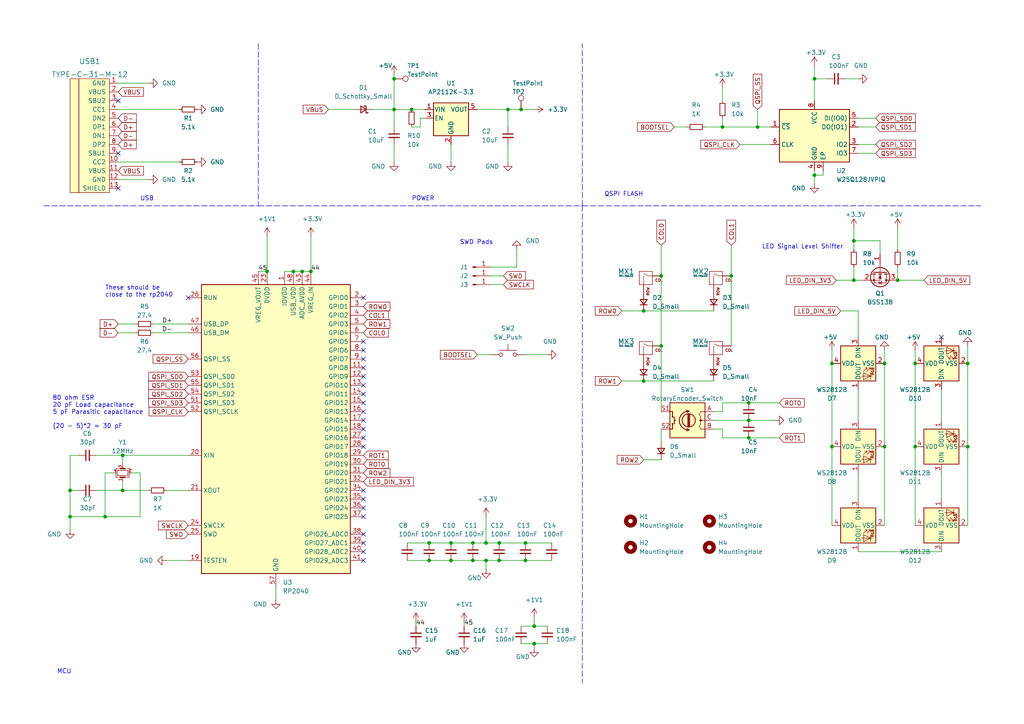
<source format=kicad_sch>
(kicad_sch (version 20211123) (generator eeschema)
  (paper "A4")
  (title_block (title "duckboard") (date "2023-01-07") (rev "v0.1") (company "Nick Yu"))
  (lib_symbols
    (symbol "Connector:Conn_01x01_Male" (pin_names (offset 1.016) hide)
      (property "Reference" "J" (at 0 2.54 0))
      (property "Value" "Conn_01x01_Male" (at 0 -2.54 0))
      (symbol "Conn_01x01_Male_1_1"
        (pin passive line (at 5.08 0 180) (length 3.81) (name "Pin_1") (number "1"))
      )
    )
    (symbol "Connector:TestPoint" (pin_numbers hide) (pin_names (offset 0.762) hide)
      (property "Reference" "TP" (at 0 6.858 0))
      (property "Value" "TestPoint" (at 0 5.08 0))
      (symbol "TestPoint_1_1"
        (pin passive line (at 0 0 90) (length 2.54) (name "1") (number "1"))
      )
    )
    (symbol "Device:C_Small" (pin_numbers hide) (pin_names (offset 0.254) hide)
      (property "Reference" "C" (at 0.254 1.778 0))
      (property "Value" "C_Small" (at 0.254 -2.032 0))
      (symbol "C_Small_1_1"
        (pin passive line (at 0 2.54 270) (length 2.032) (name "~") (number "1"))
        (pin passive line (at 0 -2.54 90) (length 2.032) (name "~") (number "2"))
      )
    )
    (symbol "Device:Crystal_GND24_Small" (pin_names (offset 1.016) hide)
      (property "Reference" "Y" (at 1.27 4.445 0))
      (property "Value" "Crystal_GND24_Small" (at 1.27 2.54 0))
      (symbol "Crystal_GND24_Small_1_1"
        (pin passive line (at -2.54 0 0) (length 1.27) (name "1") (number "1"))
        (pin passive line (at 0 -2.54 90) (length 0.635) (name "2") (number "2"))
        (pin passive line (at 2.54 0 180) (length 1.27) (name "3") (number "3"))
        (pin passive line (at 0 2.54 270) (length 0.635) (name "4") (number "4"))
      )
    )
    (symbol "Device:D_Schottky_Small" (pin_numbers hide) (pin_names (offset 0.254) hide)
      (property "Reference" "D" (at -1.27 2.032 0))
      (property "Value" "D_Schottky_Small" (at -7.112 -2.032 0))
      (symbol "D_Schottky_Small_1_1"
        (pin passive line (at -2.54 0 0) (length 1.778) (name "K") (number "1"))
        (pin passive line (at 2.54 0 180) (length 1.778) (name "A") (number "2"))
      )
    )
    (symbol "Device:D_Small" (pin_numbers hide) (pin_names (offset 0.254) hide)
      (property "Reference" "D" (at -1.27 2.032 0))
      (property "Value" "D_Small" (at -3.81 -2.032 0))
      (symbol "D_Small_1_1"
        (pin passive line (at -2.54 0 0) (length 1.778) (name "K") (number "1"))
        (pin passive line (at 2.54 0 180) (length 1.778) (name "A") (number "2"))
      )
    )
    (symbol "Device:R_Small" (pin_numbers hide) (pin_names (offset 0.254) hide)
      (property "Reference" "R" (at 0.762 0.508 0))
      (property "Value" "R_Small" (at 0.762 -1.016 0))
      (symbol "R_Small_1_1"
        (pin passive line (at 0 2.54 270) (length 0.762) (name "~") (number "1"))
        (pin passive line (at 0 -2.54 90) (length 0.762) (name "~") (number "2"))
      )
    )
    (symbol "Device:RotaryEncoder_Switch" (pin_names (offset 0.254) hide)
      (property "Reference" "SW" (at 0 6.604 0))
      (property "Value" "RotaryEncoder_Switch" (at 0 -6.604 0))
      (symbol "RotaryEncoder_Switch_1_1"
        (pin passive line (at -7.62 2.54 0) (length 2.54) (name "A") (number "A"))
        (pin passive line (at -7.62 -2.54 0) (length 2.54) (name "B") (number "B"))
        (pin passive line (at -7.62 0 0) (length 2.54) (name "C") (number "C"))
        (pin passive line (at 7.62 2.54 180) (length 2.54) (name "S1") (number "S1"))
        (pin passive line (at 7.62 -2.54 180) (length 2.54) (name "S2") (number "S2"))
      )
    )
    (symbol "GND_10" (power) (pin_names (offset 0))
      (property "Value" "GND_10" (at 0 -3.81 0))
      (symbol "GND_10_1_1"
        (pin power_in line (at 0 0 270) (length 0) hide (name "GND") (number "1"))
      )
    )
    (symbol "GND_3" (power) (pin_names (offset 0))
      (property "Value" "GND_3" (at 0 -3.81 0))
      (symbol "GND_3_1_1"
        (pin power_in line (at 0 0 270) (length 0) hide (name "GND") (number "1"))
      )
    )
    (symbol "GND_8" (power) (pin_names (offset 0))
      (property "Value" "GND_8" (at 0 -3.81 0))
      (symbol "GND_8_1_1"
        (pin power_in line (at 0 0 270) (length 0) hide (name "GND") (number "1"))
      )
    )
    (symbol "GND_9" (power) (pin_names (offset 0))
      (property "Value" "GND_9" (at 0 -3.81 0))
      (symbol "GND_9_1_1"
        (pin power_in line (at 0 0 270) (length 0) hide (name "GND") (number "1"))
      )
    )
    (symbol "LED:WS2812B_JLC" (pin_names (offset 0.254))
      (property "Reference" "D" (at 5.08 5.715 0))
      (property "Value" "WS2812B_JLC" (at 1.27 -5.715 0))
      (property "Footprint" "LED_SMD:LED_WS2812B_PLCC4_5.0x5.0mm_P3.2mm" (at 1.27 -7.62 0))
      (symbol "WS2812B_JLC_0_0"
        (text "RGB" (at 2.286 -4.191 0) (effects (font (size 0.762 0.762))))
      )
      (symbol "WS2812B_JLC_1_1"
        (pin output line (at 7.62 0 180) (length 2.54) (name "DOUT") (number "1"))
        (pin power_in line (at 0 -7.62 90) (length 2.54) (name "VSS") (number "2"))
        (pin input line (at -7.62 0 0) (length 2.54) (name "DIN") (number "3"))
        (pin power_in line (at 0 7.62 270) (length 2.54) (name "VDD") (number "4"))
      )
    )
    (symbol "MX_Alps_Hybrid:MX-NoLED" (pin_names (offset 1.016))
      (property "Reference" "MX" (at -0.635 3.81 0))
      (property "Value" "MX-NoLED" (at -0.635 1.27 0))
      (symbol "MX-NoLED_0_0"
        (text "COL" (at 3.175 0 0) (effects (font (size 0.762 0.762))))
        (text "ROW" (at 0 -1.905 900) (effects (font (size 0.762 0.762)) (justify right)))
      )
      (symbol "MX-NoLED_1_1"
        (pin passive line (at 3.81 1.27 180) (length 2.54) (name "COL") (number "1"))
        (pin passive line (at -1.27 -3.81 90) (length 2.54) (name "ROW") (number "2"))
      )
    )
    (symbol "Mechanical:MountingHole" (pin_names (offset 1.016))
      (property "Reference" "H" (at 0 5.08 0))
      (property "Value" "MountingHole" (at 0 3.175 0))
    )
    (symbol "Memory_Flash:W25Q32JVZP"
      (property "Reference" "U" (at -8.89 8.89 0))
      (property "Value" "W25Q32JVZP" (at 7.62 8.89 0))
      (symbol "W25Q32JVZP_1_1"
        (pin input line (at -12.7 2.54 0) (length 2.54) (name "~{CS}") (number "1"))
        (pin bidirectional line (at 12.7 2.54 180) (length 2.54) (name "DO(IO1)") (number "2"))
        (pin bidirectional line (at 12.7 -2.54 180) (length 2.54) (name "IO2") (number "3"))
        (pin power_in line (at 0 -10.16 90) (length 2.54) (name "GND") (number "4"))
        (pin bidirectional line (at 12.7 5.08 180) (length 2.54) (name "DI(IO0)") (number "5"))
        (pin input line (at -12.7 -2.54 0) (length 2.54) (name "CLK") (number "6"))
        (pin bidirectional line (at 12.7 -5.08 180) (length 2.54) (name "IO3") (number "7"))
        (pin power_in line (at 0 10.16 270) (length 2.54) (name "VCC") (number "8"))
        (pin passive line (at 2.54 -10.16 90) (length 2.54) (name "EP") (number "9"))
      )
    )
    (symbol "Regulator_Linear:AP2112K-3.3" (pin_names (offset 0.254))
      (property "Reference" "U" (at -5.08 5.715 0))
      (property "Value" "AP2112K-3.3" (at 0 5.715 0))
      (symbol "AP2112K-3.3_1_1"
        (pin power_in line (at -7.62 2.54 0) (length 2.54) (name "VIN") (number "1"))
        (pin power_in line (at 0 -7.62 90) (length 2.54) (name "GND") (number "2"))
        (pin input line (at -7.62 0 0) (length 2.54) (name "EN") (number "3"))
        (pin no_connect line (at 5.08 0 180) (length 2.54) hide (name "NC") (number "4"))
        (pin power_out line (at 7.62 2.54 180) (length 2.54) (name "VOUT") (number "5"))
      )
    )
    (symbol "Switch:SW_Push" (pin_numbers hide) (pin_names (offset 1.016) hide)
      (property "Reference" "SW" (at 1.27 2.54 0))
      (property "Value" "SW_Push" (at 0 -1.524 0))
      (symbol "SW_Push_0_1"
        (pin passive line (at -5.08 0 0) (length 2.54) (name "1") (number "1"))
        (pin passive line (at 5.08 0 180) (length 2.54) (name "2") (number "2"))
      )
    )
    (symbol "Transistor_FET:BSS138" (pin_names hide)
      (property "Reference" "Q" (at 5.08 1.905 0))
      (property "Value" "BSS138" (at 5.08 0 0))
      (symbol "BSS138_1_1"
        (pin input line (at -5.08 0 0) (length 2.54) (name "G") (number "1"))
        (pin passive line (at 2.54 -5.08 90) (length 2.54) (name "S") (number "2"))
        (pin passive line (at 2.54 5.08 270) (length 2.54) (name "D") (number "3"))
      )
    )
    (symbol "Type-C:HRO-TYPE-C-31-M-12" (pin_names (offset 1.016))
      (property "Reference" "USB" (at -5.08 16.51 0))
      (property "Value" "HRO-TYPE-C-31-M-12" (at -10.16 -1.27 90))
      (symbol "HRO-TYPE-C-31-M-12_1_1"
        (pin input line (at 2.54 13.97 180) (length 2.54) (name "GND") (number "1"))
        (pin input line (at 2.54 -8.89 180) (length 2.54) (name "CC2") (number "10"))
        (pin input line (at 2.54 -11.43 180) (length 2.54) (name "VBUS") (number "11"))
        (pin input line (at 2.54 -13.97 180) (length 2.54) (name "GND") (number "12"))
        (pin input line (at 2.54 -16.51 180) (length 2.54) (name "SHIELD") (number "13"))
        (pin input line (at 2.54 11.43 180) (length 2.54) (name "VBUS") (number "2"))
        (pin input line (at 2.54 8.89 180) (length 2.54) (name "SBU2") (number "3"))
        (pin input line (at 2.54 6.35 180) (length 2.54) (name "CC1") (number "4"))
        (pin input line (at 2.54 3.81 180) (length 2.54) (name "DN2") (number "5"))
        (pin input line (at 2.54 1.27 180) (length 2.54) (name "DP1") (number "6"))
        (pin input line (at 2.54 -1.27 180) (length 2.54) (name "DN1") (number "7"))
        (pin input line (at 2.54 -3.81 180) (length 2.54) (name "DP2") (number "8"))
        (pin input line (at 2.54 -6.35 180) (length 2.54) (name "SBU1") (number "9"))
      )
    )
    (symbol "power:+1V1" (power) (pin_names (offset 0))
      (property "Value" "+1V1" (at 0 3.556 0))
      (symbol "+1V1_1_1"
        (pin power_in line (at 0 0 90) (length 0) hide (name "+1V1") (number "1"))
      )
    )
    (symbol "power:+3.3V" (power) (pin_names (offset 0))
      (property "Value" "+3.3V" (at 0 3.556 0))
      (symbol "+3.3V_1_1"
        (pin power_in line (at 0 0 90) (length 0) hide (name "+3.3V") (number "1"))
      )
    )
    (symbol "power:+5V" (power) (pin_names (offset 0))
      (property "Value" "+5V" (at 0 3.556 0))
      (symbol "+5V_1_1"
        (pin power_in line (at 0 0 90) (length 0) hide (name "+5V") (number "1"))
      )
    )
    (symbol "power:GND" (power) (pin_names (offset 0))
      (property "Value" "GND" (at 0 -3.81 0))
      (symbol "GND_1_1"
        (pin power_in line (at 0 0 270) (length 0) hide (name "GND") (number "1"))
      )
    )
    (symbol "rp2040:RP2040"
      (property "Reference" "U" (at 17.78 45.72 0))
      (property "Value" "RP2040" (at 17.78 43.18 0))
      (symbol "RP2040_1_1"
        (pin power_in line (at 2.54 45.72 270) (length 3.81) (name "IOVDD") (number "1"))
        (pin passive line (at 2.54 45.72 270) (length 3.81) hide (name "IOVDD") (number "10"))
        (pin bidirectional line (at 25.4 17.78 180) (length 3.81) (name "GPIO8") (number "11"))
        (pin bidirectional line (at 25.4 15.24 180) (length 3.81) (name "GPIO9") (number "12"))
        (pin bidirectional line (at 25.4 12.7 180) (length 3.81) (name "GPIO10") (number "13"))
        (pin bidirectional line (at 25.4 10.16 180) (length 3.81) (name "GPIO11") (number "14"))
        (pin bidirectional line (at 25.4 7.62 180) (length 3.81) (name "GPIO12") (number "15"))
        (pin bidirectional line (at 25.4 5.08 180) (length 3.81) (name "GPIO13") (number "16"))
        (pin bidirectional line (at 25.4 2.54 180) (length 3.81) (name "GPIO14") (number "17"))
        (pin bidirectional line (at 25.4 0 180) (length 3.81) (name "GPIO15") (number "18"))
        (pin input line (at -25.4 -38.1 0) (length 3.81) (name "TESTEN") (number "19"))
        (pin bidirectional line (at 25.4 38.1 180) (length 3.81) (name "GPIO0") (number "2"))
        (pin input line (at -25.4 -7.62 0) (length 3.81) (name "XIN") (number "20"))
        (pin passive line (at -25.4 -17.78 0) (length 3.81) (name "XOUT") (number "21"))
        (pin passive line (at 2.54 45.72 270) (length 3.81) hide (name "IOVDD") (number "22"))
        (pin power_in line (at -2.54 45.72 270) (length 3.81) (name "DVDD") (number "23"))
        (pin output line (at -25.4 -27.94 0) (length 3.81) (name "SWCLK") (number "24"))
        (pin bidirectional line (at -25.4 -30.48 0) (length 3.81) (name "SWD") (number "25"))
        (pin input line (at -25.4 38.1 0) (length 3.81) (name "RUN") (number "26"))
        (pin bidirectional line (at 25.4 -2.54 180) (length 3.81) (name "GPIO16") (number "27"))
        (pin bidirectional line (at 25.4 -5.08 180) (length 3.81) (name "GPIO17") (number "28"))
        (pin bidirectional line (at 25.4 -7.62 180) (length 3.81) (name "GPIO18") (number "29"))
        (pin bidirectional line (at 25.4 35.56 180) (length 3.81) (name "GPIO1") (number "3"))
        (pin bidirectional line (at 25.4 -10.16 180) (length 3.81) (name "GPIO19") (number "30"))
        (pin bidirectional line (at 25.4 -12.7 180) (length 3.81) (name "GPIO20") (number "31"))
        (pin bidirectional line (at 25.4 -15.24 180) (length 3.81) (name "GPIO21") (number "32"))
        (pin passive line (at 2.54 45.72 270) (length 3.81) hide (name "IOVDD") (number "33"))
        (pin bidirectional line (at 25.4 -17.78 180) (length 3.81) (name "GPIO22") (number "34"))
        (pin bidirectional line (at 25.4 -20.32 180) (length 3.81) (name "GPIO23") (number "35"))
        (pin bidirectional line (at 25.4 -22.86 180) (length 3.81) (name "GPIO24") (number "36"))
        (pin bidirectional line (at 25.4 -25.4 180) (length 3.81) (name "GPIO25") (number "37"))
        (pin bidirectional line (at 25.4 -30.48 180) (length 3.81) (name "GPIO26_ADC0") (number "38"))
        (pin bidirectional line (at 25.4 -33.02 180) (length 3.81) (name "GPIO27_ADC1") (number "39"))
        (pin bidirectional line (at 25.4 33.02 180) (length 3.81) (name "GPIO2") (number "4"))
        (pin bidirectional line (at 25.4 -35.56 180) (length 3.81) (name "GPIO28_ADC2") (number "40"))
        (pin bidirectional line (at 25.4 -38.1 180) (length 3.81) (name "GPIO29_ADC3") (number "41"))
        (pin passive line (at 2.54 45.72 270) (length 3.81) hide (name "IOVDD") (number "42"))
        (pin power_in line (at 7.62 45.72 270) (length 3.81) (name "ADC_AVDD") (number "43"))
        (pin power_in line (at 10.16 45.72 270) (length 3.81) (name "VREG_IN") (number "44"))
        (pin power_out line (at -5.08 45.72 270) (length 3.81) (name "VREG_VOUT") (number "45"))
        (pin bidirectional line (at -25.4 27.94 0) (length 3.81) (name "USB_DM") (number "46"))
        (pin bidirectional line (at -25.4 30.48 0) (length 3.81) (name "USB_DP") (number "47"))
        (pin power_in line (at 5.08 45.72 270) (length 3.81) (name "USB_VDD") (number "48"))
        (pin passive line (at 2.54 45.72 270) (length 3.81) hide (name "IOVDD") (number "49"))
        (pin bidirectional line (at 25.4 30.48 180) (length 3.81) (name "GPIO3") (number "5"))
        (pin passive line (at -2.54 45.72 270) (length 3.81) hide (name "DVDD") (number "50"))
        (pin bidirectional line (at -25.4 7.62 0) (length 3.81) (name "QSPI_SD3") (number "51"))
        (pin output line (at -25.4 5.08 0) (length 3.81) (name "QSPI_SCLK") (number "52"))
        (pin bidirectional line (at -25.4 15.24 0) (length 3.81) (name "QSPI_SD0") (number "53"))
        (pin bidirectional line (at -25.4 10.16 0) (length 3.81) (name "QSPI_SD2") (number "54"))
        (pin bidirectional line (at -25.4 12.7 0) (length 3.81) (name "QSPI_SD1") (number "55"))
        (pin bidirectional line (at -25.4 20.32 0) (length 3.81) (name "QSPI_SS") (number "56"))
        (pin power_in line (at 0 -45.72 90) (length 3.81) (name "GND") (number "57"))
        (pin bidirectional line (at 25.4 27.94 180) (length 3.81) (name "GPIO4") (number "6"))
        (pin bidirectional line (at 25.4 25.4 180) (length 3.81) (name "GPIO5") (number "7"))
        (pin bidirectional line (at 25.4 22.86 180) (length 3.81) (name "GPIO6") (number "8"))
        (pin bidirectional line (at 25.4 20.32 180) (length 3.81) (name "GPIO7") (number "9"))
      )
    )
  )
  (junction (at 280.67 105.41))
  (junction (at 265.43 105.41))
  (junction (at 137.16 162.56))
  (junction (at 152.4 162.56))
  (junction (at 154.94 181.61))
  (junction (at 137.16 157.48))
  (junction (at 144.78 162.56))
  (junction (at 20.32 142.24))
  (junction (at 154.94 186.69))
  (junction (at 114.3 31.75))
  (junction (at 260.35 81.28))
  (junction (at 119.38 31.75))
  (junction (at 241.3 105.41))
  (junction (at 151.13 31.75))
  (junction (at 217.17 121.92))
  (junction (at 241.3 129.54))
  (junction (at 212.09 80.01))
  (junction (at 152.4 157.48))
  (junction (at 147.32 31.75))
  (junction (at 256.54 129.54))
  (junction (at 236.22 22.86))
  (junction (at 35.56 142.24))
  (junction (at 85.09 78.74))
  (junction (at 236.22 50.8))
  (junction (at 130.81 157.48))
  (junction (at 35.56 132.08))
  (junction (at 114.3 22.86))
  (junction (at 30.48 149.86))
  (junction (at 280.67 129.54))
  (junction (at 247.65 69.85))
  (junction (at 90.17 78.74))
  (junction (at 265.43 129.54))
  (junction (at 124.46 162.56))
  (junction (at 191.77 100.33))
  (junction (at 186.69 90.17))
  (junction (at 217.17 127))
  (junction (at 186.69 110.49))
  (junction (at 140.97 157.48))
  (junction (at 247.65 81.28))
  (junction (at 20.32 149.86))
  (junction (at 191.77 80.01))
  (junction (at 217.17 116.84))
  (junction (at 124.46 157.48))
  (junction (at 219.71 36.83))
  (junction (at 140.97 162.56))
  (junction (at 130.81 162.56))
  (junction (at 87.63 78.74))
  (junction (at 209.55 36.83))
  (junction (at 256.54 105.41))
  (junction (at 77.47 78.74))
  (junction (at 144.78 157.48))
  (no_connect (at 273.05 97.79))
  (no_connect (at 34.29 44.45))
  (no_connect (at 105.41 124.46))
  (no_connect (at 105.41 127))
  (no_connect (at 105.41 129.54))
  (no_connect (at 105.41 147.32))
  (no_connect (at 105.41 149.86))
  (no_connect (at 105.41 154.94))
  (no_connect (at 105.41 157.48))
  (no_connect (at 105.41 160.02))
  (no_connect (at 105.41 162.56))
  (no_connect (at 105.41 106.68))
  (no_connect (at 105.41 109.22))
  (no_connect (at 105.41 111.76))
  (no_connect (at 105.41 104.14))
  (no_connect (at 105.41 114.3))
  (no_connect (at 105.41 116.84))
  (no_connect (at 105.41 119.38))
  (no_connect (at 105.41 121.92))
  (no_connect (at 105.41 144.78))
  (no_connect (at 105.41 142.24))
  (no_connect (at 34.29 54.61))
  (no_connect (at 105.41 86.36))
  (no_connect (at 105.41 101.6))
  (no_connect (at 105.41 99.06))
  (no_connect (at 54.61 86.36))
  (no_connect (at 34.29 29.21))
  (wire (pts (xy 250.19 81.28) (xy 247.65 81.28)))
  (wire (pts (xy 48.26 162.56) (xy 54.61 162.56)))
  (wire (pts (xy 140.97 165.1) (xy 140.97 162.56)))
  (wire (pts (xy 217.17 121.92) (xy 207.01 121.92)))
  (wire (pts (xy 151.13 186.69) (xy 154.94 186.69)))
  (wire (pts (xy 209.55 116.84) (xy 217.17 116.84)))
  (wire (pts (xy 236.22 49.53) (xy 236.22 50.8)))
  (wire (pts (xy 248.92 36.83) (xy 254 36.83)))
  (wire (pts (xy 74.93 78.74) (xy 77.47 78.74)))
  (wire (pts (xy 280.67 105.41) (xy 280.67 129.54)))
  (wire (pts (xy 265.43 101.6) (xy 265.43 105.41)))
  (wire (pts (xy 256.54 129.54) (xy 256.54 152.4)))
  (wire (pts (xy 147.32 31.75) (xy 151.13 31.75)))
  (wire (pts (xy 20.32 132.08) (xy 20.32 142.24)))
  (wire (pts (xy 209.55 36.83) (xy 209.55 34.29)))
  (wire (pts (xy 191.77 80.01) (xy 191.77 100.33)))
  (wire (pts (xy 134.62 181.61) (xy 134.62 180.34)))
  (wire (pts (xy 248.92 160.02) (xy 273.05 160.02)))
  (wire (pts (xy 209.55 119.38) (xy 207.01 119.38)))
  (wire (pts (xy 142.24 80.01) (xy 146.05 80.01)))
  (wire (pts (xy 82.55 78.74) (xy 85.09 78.74)))
  (wire (pts (xy 256.54 105.41) (xy 256.54 129.54)))
  (wire (pts (xy 236.22 22.86) (xy 240.03 22.86)))
  (wire (pts (xy 265.43 129.54) (xy 265.43 152.4)))
  (wire (pts (xy 124.46 157.48) (xy 130.81 157.48)))
  (wire (pts (xy 273.05 113.03) (xy 273.05 121.92)))
  (wire (pts (xy 144.78 157.48) (xy 152.4 157.48)))
  (wire (pts (xy 243.84 90.17) (xy 248.92 90.17)))
  (wire (pts (xy 245.11 22.86) (xy 248.92 22.86)))
  (wire (pts (xy 224.79 121.92) (xy 217.17 121.92)))
  (wire (pts (xy 248.92 113.03) (xy 248.92 121.92)))
  (wire (pts (xy 35.56 142.24) (xy 27.94 142.24)))
  (wire (pts (xy 260.35 66.04) (xy 260.35 72.39)))
  (wire (pts (xy 280.67 129.54) (xy 280.67 152.4)))
  (wire (pts (xy 35.56 142.24) (xy 43.18 142.24)))
  (wire (pts (xy 154.94 179.07) (xy 154.94 181.61)))
  (wire (pts (xy 114.3 31.75) (xy 119.38 31.75)))
  (wire (pts (xy 154.94 181.61) (xy 158.75 181.61)))
  (wire (pts (xy 114.3 41.91) (xy 114.3 46.99)))
  (wire (pts (xy 247.65 69.85) (xy 247.65 72.39)))
  (wire (pts (xy 180.34 110.49) (xy 186.69 110.49)))
  (wire (pts (xy 34.29 52.07) (xy 43.18 52.07)))
  (wire (pts (xy 226.06 127) (xy 217.17 127)))
  (wire (pts (xy 85.09 78.74) (xy 87.63 78.74)))
  (wire (pts (xy 260.35 77.47) (xy 260.35 81.28)))
  (wire (pts (xy 119.38 31.75) (xy 123.19 31.75)))
  (wire (pts (xy 154.94 186.69) (xy 154.94 187.96)))
  (wire (pts (xy 152.4 157.48) (xy 160.02 157.48)))
  (wire (pts (xy 40.64 137.16) (xy 40.64 149.86)))
  (wire (pts (xy 212.09 80.01) (xy 212.09 100.33)))
  (wire (pts (xy 34.29 24.13) (xy 43.18 24.13)))
  (wire (pts (xy 260.35 81.28) (xy 267.97 81.28)))
  (wire (pts (xy 35.56 132.08) (xy 54.61 132.08)))
  (wire (pts (xy 137.16 162.56) (xy 140.97 162.56)))
  (polyline (pts (xy 74.93 12.7) (xy 74.93 59.69)))
  (wire (pts (xy 248.92 44.45) (xy 254 44.45)))
  (wire (pts (xy 149.86 77.47) (xy 149.86 72.39)))
  (wire (pts (xy 107.95 31.75) (xy 114.3 31.75)))
  (wire (pts (xy 247.65 69.85) (xy 255.27 69.85)))
  (wire (pts (xy 20.32 142.24) (xy 22.86 142.24)))
  (wire (pts (xy 241.3 101.6) (xy 241.3 105.41)))
  (wire (pts (xy 48.26 142.24) (xy 54.61 142.24)))
  (wire (pts (xy 214.63 41.91) (xy 223.52 41.91)))
  (wire (pts (xy 265.43 105.41) (xy 265.43 129.54)))
  (wire (pts (xy 119.38 36.83) (xy 121.92 36.83)))
  (wire (pts (xy 236.22 19.05) (xy 236.22 22.86)))
  (wire (pts (xy 40.64 149.86) (xy 30.48 149.86)))
  (wire (pts (xy 151.13 181.61) (xy 154.94 181.61)))
  (polyline (pts (xy 12.7 59.69) (xy 74.93 59.69)))
  (wire (pts (xy 207.01 124.46) (xy 209.55 124.46)))
  (wire (pts (xy 34.29 46.99) (xy 52.07 46.99)))
  (wire (pts (xy 204.47 36.83) (xy 209.55 36.83)))
  (wire (pts (xy 219.71 31.75) (xy 219.71 36.83)))
  (wire (pts (xy 124.46 162.56) (xy 130.81 162.56)))
  (wire (pts (xy 44.45 96.52) (xy 54.61 96.52)))
  (polyline (pts (xy 168.91 59.69) (xy 284.48 59.69)))
  (wire (pts (xy 241.3 129.54) (xy 241.3 152.4)))
  (wire (pts (xy 236.22 22.86) (xy 236.22 29.21)))
  (wire (pts (xy 273.05 137.16) (xy 273.05 144.78)))
  (wire (pts (xy 247.65 77.47) (xy 247.65 81.28)))
  (wire (pts (xy 142.24 82.55) (xy 146.05 82.55)))
  (wire (pts (xy 114.3 22.86) (xy 114.3 31.75)))
  (wire (pts (xy 123.19 34.29) (xy 121.92 34.29)))
  (wire (pts (xy 118.11 157.48) (xy 124.46 157.48)))
  (wire (pts (xy 20.32 142.24) (xy 20.32 149.86)))
  (wire (pts (xy 248.92 34.29) (xy 254 34.29)))
  (wire (pts (xy 209.55 124.46) (xy 209.55 127)))
  (wire (pts (xy 95.25 31.75) (xy 102.87 31.75)))
  (wire (pts (xy 180.34 90.17) (xy 186.69 90.17)))
  (wire (pts (xy 140.97 149.86) (xy 140.97 157.48)))
  (wire (pts (xy 152.4 162.56) (xy 160.02 162.56)))
  (wire (pts (xy 87.63 78.74) (xy 90.17 78.74)))
  (wire (pts (xy 77.47 68.58) (xy 77.47 78.74)))
  (wire (pts (xy 144.78 162.56) (xy 152.4 162.56)))
  (wire (pts (xy 34.29 93.98) (xy 39.37 93.98)))
  (wire (pts (xy 152.4 102.87) (xy 158.75 102.87)))
  (wire (pts (xy 20.32 149.86) (xy 30.48 149.86)))
  (wire (pts (xy 191.77 71.12) (xy 191.77 80.01)))
  (wire (pts (xy 186.69 90.17) (xy 207.01 90.17)))
  (wire (pts (xy 35.56 139.7) (xy 35.56 142.24)))
  (wire (pts (xy 256.54 101.6) (xy 256.54 105.41)))
  (polyline (pts (xy 74.93 59.69) (xy 168.91 59.69)))
  (wire (pts (xy 236.22 50.8) (xy 236.22 53.34)))
  (wire (pts (xy 138.43 31.75) (xy 147.32 31.75)))
  (wire (pts (xy 137.16 157.48) (xy 140.97 157.48)))
  (wire (pts (xy 242.57 81.28) (xy 247.65 81.28)))
  (wire (pts (xy 255.27 69.85) (xy 255.27 73.66)))
  (wire (pts (xy 80.01 170.18) (xy 80.01 173.99)))
  (wire (pts (xy 142.24 77.47) (xy 149.86 77.47)))
  (wire (pts (xy 248.92 90.17) (xy 248.92 97.79)))
  (wire (pts (xy 114.3 31.75) (xy 114.3 36.83)))
  (wire (pts (xy 212.09 71.12) (xy 212.09 80.01)))
  (wire (pts (xy 140.97 162.56) (xy 144.78 162.56)))
  (wire (pts (xy 130.81 41.91) (xy 130.81 46.99)))
  (wire (pts (xy 120.65 180.34) (xy 120.65 181.61)))
  (wire (pts (xy 44.45 93.98) (xy 54.61 93.98)))
  (wire (pts (xy 114.3 21.59) (xy 114.3 22.86)))
  (wire (pts (xy 140.97 157.48) (xy 144.78 157.48)))
  (polyline (pts (xy 168.91 59.69) (xy 168.91 198.12)))
  (wire (pts (xy 209.55 119.38) (xy 209.55 116.84)))
  (wire (pts (xy 35.56 132.08) (xy 27.94 132.08)))
  (wire (pts (xy 90.17 68.58) (xy 90.17 78.74)))
  (wire (pts (xy 130.81 157.48) (xy 137.16 157.48)))
  (wire (pts (xy 34.29 96.52) (xy 39.37 96.52)))
  (wire (pts (xy 238.76 50.8) (xy 236.22 50.8)))
  (wire (pts (xy 248.92 41.91) (xy 254 41.91)))
  (wire (pts (xy 30.48 137.16) (xy 30.48 149.86)))
  (wire (pts (xy 191.77 100.33) (xy 191.77 119.38)))
  (wire (pts (xy 219.71 36.83) (xy 209.55 36.83)))
  (wire (pts (xy 38.1 137.16) (xy 40.64 137.16)))
  (wire (pts (xy 22.86 132.08) (xy 20.32 132.08)))
  (wire (pts (xy 130.81 162.56) (xy 137.16 162.56)))
  (wire (pts (xy 118.11 162.56) (xy 124.46 162.56)))
  (polyline (pts (xy 168.91 59.69) (xy 168.91 12.7)))
  (wire (pts (xy 247.65 66.04) (xy 247.65 69.85)))
  (wire (pts (xy 238.76 49.53) (xy 238.76 50.8)))
  (wire (pts (xy 209.55 127) (xy 217.17 127)))
  (wire (pts (xy 30.48 137.16) (xy 33.02 137.16)))
  (wire (pts (xy 35.56 134.62) (xy 35.56 132.08)))
  (wire (pts (xy 147.32 41.91) (xy 147.32 46.99)))
  (wire (pts (xy 154.94 186.69) (xy 158.75 186.69)))
  (wire (pts (xy 248.92 137.16) (xy 248.92 144.78)))
  (wire (pts (xy 121.92 34.29) (xy 121.92 36.83)))
  (wire (pts (xy 20.32 149.86) (xy 20.32 153.67)))
  (wire (pts (xy 191.77 124.46) (xy 191.77 128.27)))
  (wire (pts (xy 186.69 110.49) (xy 207.01 110.49)))
  (wire (pts (xy 147.32 31.75) (xy 147.32 36.83)))
  (wire (pts (xy 195.58 36.83) (xy 199.39 36.83)))
  (wire (pts (xy 280.67 100.33) (xy 280.67 105.41)))
  (wire (pts (xy 219.71 36.83) (xy 223.52 36.83)))
  (wire (pts (xy 186.69 133.35) (xy 191.77 133.35)))
  (wire (pts (xy 241.3 105.41) (xy 241.3 129.54)))
  (wire (pts (xy 226.06 116.84) (xy 217.17 116.84)))
  (wire (pts (xy 34.29 31.75) (xy 52.07 31.75)))
  (wire (pts (xy 209.55 25.4) (xy 209.55 29.21)))
  (wire (pts (xy 151.13 31.75) (xy 154.94 31.75)))
  (wire (pts (xy 138.43 102.87) (xy 142.24 102.87)))
  (text "These should be \nclose to the rp2040" (at 30.48 86.36 0) (effects (font (size 1.27 1.27)) (justify left bottom)))
  (text "LED Signal Level Shifter" (at 220.98 72.39 0) (effects (font (size 1.27 1.27)) (justify left bottom)))
  (text "SWD Pads" (at 133.35 71.12 0) (effects (font (size 1.27 1.27)) (justify left bottom)))
  (text "80 ohm ESR\n20 pF Load capacitance\n5 pF Parasitic capacitance\n\n(20 - 5)*2 = 30 pF" (at 15.24 124.46 0) (effects (font (size 1.27 1.27)) (justify left bottom)))
  (text "POWER" (at 119.38 58.42 0) (effects (font (size 1.27 1.27)) (justify left bottom)))
  (text "QSPI FLASH" (at 175.26 57.15 0) (effects (font (size 1.27 1.27)) (justify left bottom)))
  (text "USB" (at 40.64 58.42 0) (effects (font (size 1.27 1.27)) (justify left bottom)))
  (text "MCU" (at 16.51 195.58 0) (effects (font (size 1.27 1.27)) (justify left bottom)))
  (label "44" (at 90.17 78.74 0))
  (label "45" (at 134.62 181.61 0))
  (label "D-" (at 46.99 96.52 0))
  (label "44" (at 120.65 181.61 0))
  (label "D+" (at 46.99 93.98 0))
  (label "45" (at 74.93 78.74 0))
  (global_label "D-" (shape input) (at 34.29 39.37 0) (property "Intersheet References" "${INTERSHEET_REFS}" (effects hide)))
  (global_label "QSPI_CLK" (shape input) (at 54.61 119.38 180) (property "Intersheet References" "${INTERSHEET_REFS}" (effects hide)))
  (global_label "SWD" (shape input) (at 146.05 80.01 0) (property "Intersheet References" "${INTERSHEET_REFS}" (effects hide)))
  (global_label "ROT0" (shape input) (at 226.06 116.84 0) (property "Intersheet References" "${INTERSHEET_REFS}" (effects hide)))
  (global_label "QSPI_SD1" (shape input) (at 254 36.83 0) (property "Intersheet References" "${INTERSHEET_REFS}" (effects hide)))
  (global_label "COL1" (shape input) (at 212.09 71.12 90) (property "Intersheet References" "${INTERSHEET_REFS}" (effects hide)))
  (global_label "ROT1" (shape input) (at 105.41 132.08 0) (property "Intersheet References" "${INTERSHEET_REFS}" (effects hide)))
  (global_label "ROW1" (shape input) (at 105.41 93.98 0) (property "Intersheet References" "${INTERSHEET_REFS}" (effects hide)))
  (global_label "QSPI_SD2" (shape input) (at 254 41.91 0) (property "Intersheet References" "${INTERSHEET_REFS}" (effects hide)))
  (global_label "ROW1" (shape input) (at 180.34 110.49 180) (property "Intersheet References" "${INTERSHEET_REFS}" (effects hide)))
  (global_label "LED_DIN_3V3" (shape input) (at 242.57 81.28 180) (property "Intersheet References" "${INTERSHEET_REFS}" (effects hide)))
  (global_label "QSPI_SD1" (shape input) (at 54.61 111.76 180) (property "Intersheet References" "${INTERSHEET_REFS}" (effects hide)))
  (global_label "SWCLK" (shape input) (at 54.61 152.4 180) (property "Intersheet References" "${INTERSHEET_REFS}" (effects hide)))
  (global_label "ROW2" (shape input) (at 186.69 133.35 180) (property "Intersheet References" "${INTERSHEET_REFS}" (effects hide)))
  (global_label "COL1" (shape input) (at 105.41 91.44 0) (property "Intersheet References" "${INTERSHEET_REFS}" (effects hide)))
  (global_label "ROW0" (shape input) (at 180.34 90.17 180) (property "Intersheet References" "${INTERSHEET_REFS}" (effects hide)))
  (global_label "ROW0" (shape input) (at 105.41 88.9 0) (property "Intersheet References" "${INTERSHEET_REFS}" (effects hide)))
  (global_label "ROW2" (shape input) (at 105.41 137.16 0) (property "Intersheet References" "${INTERSHEET_REFS}" (effects hide)))
  (global_label "COL0" (shape input) (at 105.41 96.52 0) (property "Intersheet References" "${INTERSHEET_REFS}" (effects hide)))
  (global_label "SWCLK" (shape input) (at 146.05 82.55 0) (property "Intersheet References" "${INTERSHEET_REFS}" (effects hide)))
  (global_label "SWD" (shape input) (at 54.61 154.94 180) (property "Intersheet References" "${INTERSHEET_REFS}" (effects hide)))
  (global_label "QSPI_SD0" (shape input) (at 54.61 109.22 180) (property "Intersheet References" "${INTERSHEET_REFS}" (effects hide)))
  (global_label "VBUS" (shape input) (at 34.29 26.67 0) (property "Intersheet References" "${INTERSHEET_REFS}" (effects hide)))
  (global_label "ROT0" (shape input) (at 105.41 134.62 0) (property "Intersheet References" "${INTERSHEET_REFS}" (effects hide)))
  (global_label "QSPI_SS" (shape input) (at 219.71 31.75 90) (property "Intersheet References" "${INTERSHEET_REFS}" (effects hide)))
  (global_label "D-" (shape input) (at 34.29 34.29 0) (property "Intersheet References" "${INTERSHEET_REFS}" (effects hide)))
  (global_label "QSPI_CLK" (shape input) (at 214.63 41.91 180) (property "Intersheet References" "${INTERSHEET_REFS}" (effects hide)))
  (global_label "QSPI_SS" (shape input) (at 54.61 104.14 180) (property "Intersheet References" "${INTERSHEET_REFS}" (effects hide)))
  (global_label "LED_DIN_3V3" (shape input) (at 105.41 139.7 0) (property "Intersheet References" "${INTERSHEET_REFS}" (effects hide)))
  (global_label "ROT1" (shape input) (at 226.06 127 0) (property "Intersheet References" "${INTERSHEET_REFS}" (effects hide)))
  (global_label "D-" (shape input) (at 34.29 96.52 180) (property "Intersheet References" "${INTERSHEET_REFS}" (effects hide)))
  (global_label "VBUS" (shape input) (at 95.25 31.75 180) (property "Intersheet References" "${INTERSHEET_REFS}" (effects hide)))
  (global_label "LED_DIN_5V" (shape input) (at 243.84 90.17 180) (property "Intersheet References" "${INTERSHEET_REFS}" (effects hide)))
  (global_label "LED_DIN_5V" (shape input) (at 267.97 81.28 0) (property "Intersheet References" "${INTERSHEET_REFS}" (effects hide)))
  (global_label "BOOTSEL" (shape input) (at 195.58 36.83 180) (property "Intersheet References" "${INTERSHEET_REFS}" (effects hide)))
  (global_label "VBUS" (shape input) (at 34.29 49.53 0) (property "Intersheet References" "${INTERSHEET_REFS}" (effects hide)))
  (global_label "D+" (shape input) (at 34.29 41.91 0) (property "Intersheet References" "${INTERSHEET_REFS}" (effects hide)))
  (global_label "D+" (shape input) (at 34.29 36.83 0) (property "Intersheet References" "${INTERSHEET_REFS}" (effects hide)))
  (global_label "QSPI_SD0" (shape input) (at 254 34.29 0) (property "Intersheet References" "${INTERSHEET_REFS}" (effects hide)))
  (global_label "QSPI_SD3" (shape input) (at 254 44.45 0) (property "Intersheet References" "${INTERSHEET_REFS}" (effects hide)))
  (global_label "QSPI_SD2" (shape input) (at 54.61 114.3 180) (property "Intersheet References" "${INTERSHEET_REFS}" (effects hide)))
  (global_label "COL0" (shape input) (at 191.77 71.12 90) (property "Intersheet References" "${INTERSHEET_REFS}" (effects hide)))
  (global_label "D+" (shape input) (at 34.29 93.98 180) (property "Intersheet References" "${INTERSHEET_REFS}" (effects hide)))
  (global_label "BOOTSEL" (shape input) (at 138.43 102.87 180) (property "Intersheet References" "${INTERSHEET_REFS}" (effects hide)))
  (global_label "QSPI_SD3" (shape input) (at 54.61 116.84 180) (property "Intersheet References" "${INTERSHEET_REFS}" (effects hide)))
  (symbol (lib_id "LED:WS2812B_JLC") (at 248.92 105.41 90) (mirror x) (unit 1)
    (property "Reference" "D7" (at 241.3 115.57 90))
    (property "Value" "WS2812B" (at 241.3 113.03 90))
    (property "Footprint" "LED_SMD:LED_WS2812B-2020_PLCC4_2.0x2.0mm" (effects hide))
    (property "Datasheet" "https://cdn-shop.adafruit.com/datasheets/WS2812B.pdf" (effects hide))
  )
  (symbol (lib_id "Mechanical:MountingHole") (at 182.88 158.75 0) (unit 1) (in_bom no)
    (property "Reference" "H2" (at 185.42 157.4799 0) (effects (justify left)))
    (property "Value" "MountingHole" (at 185.42 160.0199 0) (effects (justify left)))
    (property "Footprint" "MountingHole:MountingHole_2.2mm_M2" (effects hide))
  )
  (symbol (lib_name "GND_9") (lib_id "power:GND") (at 80.01 173.99 0) (unit 1)
    (property "Reference" "#PWR028" (effects hide))
    (property "Value" "GND" (at 77.47 175.26 0) (effects (justify right)))
  )
  (symbol (lib_id "Device:C_Small") (at 118.11 160.02 0) (unit 1)
    (property "Reference" "C8" (at 115.57 152.4 0) (effects (justify left)))
    (property "Value" "100nF" (at 115.57 154.94 0) (effects (justify left)))
    (property "Footprint" "Capacitor_SMD:C_0402_1005Metric" (effects hide))
  )
  (symbol (lib_name "GND_9") (lib_id "power:GND") (at 57.15 31.75 90) (unit 1)
    (property "Reference" "#PWR03" (effects hide))
    (property "Value" "GND" (at 60.96 31.7499 90) (effects (justify right)))
  )
  (symbol (lib_id "Device:D_Small") (at 186.69 87.63 90) (unit 1)
    (property "Reference" "D2" (at 189.23 86.3599 90) (effects (justify right)))
    (property "Value" "D_Small" (at 189.23 88.8999 90) (effects (justify right)))
    (property "Footprint" "Diode_SMD:D_SOD-323" (effects hide))
  )
  (symbol (lib_name "GND_9") (lib_id "power:GND") (at 140.97 165.1 0) (unit 1)
    (property "Reference" "#PWR020" (effects hide))
    (property "Value" "GND" (at 139.7 167.64 0) (effects (justify right)))
  )
  (symbol (lib_id "MX_Alps_Hybrid:MX-NoLED") (at 187.96 101.6 0) (unit 1) (in_bom no)
    (property "Reference" "MX3" (at 181.61 99.06 0) (effects (font (size 1.524 1.524))))
    (property "Value" "MX-NoLED" (at 181.61 100.33 0) (effects (font (size 0.508 0.508))))
    (property "Footprint" "MX_Alps_Hybrid:MX-1U-NoLED" (effects hide))
  )
  (symbol (lib_id "power:+3.3V") (at 209.55 25.4 0) (unit 1)
    (property "Reference" "#PWR011" (effects hide))
    (property "Value" "+3.3V" (at 207.01 21.59 0) (effects (justify left)))
  )
  (symbol (lib_name "GND_9") (lib_id "power:GND") (at 154.94 187.96 0) (unit 1)
    (property "Reference" "#PWR027" (effects hide))
    (property "Value" "GND" (at 153.67 190.5 0) (effects (justify right)))
  )
  (symbol (lib_name "GND_9") (lib_id "power:GND") (at 248.92 22.86 90) (unit 1)
    (property "Reference" "#PWR010" (effects hide))
    (property "Value" "GND" (at 247.65 19.05 90) (effects (justify right)))
  )
  (symbol (lib_id "power:GND") (at 57.15 46.99 90) (unit 1)
    (property "Reference" "#PWR07" (effects hide))
    (property "Value" "GND" (at 60.96 46.9899 90) (effects (justify right)))
  )
  (symbol (lib_id "Device:D_Schottky_Small") (at 105.41 31.75 180) (unit 1)
    (property "Reference" "D1" (at 105.41 25.4 0))
    (property "Value" "D_Schottky_Small" (at 105.41 27.94 0))
    (property "Footprint" "Diode_SMD:D_SOD-323" (effects hide))
  )
  (symbol (lib_id "LED:WS2812B_JLC") (at 273.05 152.4 90) (unit 1)
    (property "Reference" "D12" (at 265.43 162.56 90))
    (property "Value" "WS2812B" (at 265.43 160.02 90))
    (property "Footprint" "LED_SMD:LED_WS2812B-2020_PLCC4_2.0x2.0mm" (effects hide))
    (property "Datasheet" "https://cdn-shop.adafruit.com/datasheets/WS2812B.pdf" (effects hide))
  )
  (symbol (lib_id "Mechanical:MountingHole") (at 182.88 151.13 0) (unit 1) (in_bom no)
    (property "Reference" "H1" (at 185.42 149.8599 0) (effects (justify left)))
    (property "Value" "MountingHole" (at 185.42 152.3999 0) (effects (justify left)))
    (property "Footprint" "MountingHole:MountingHole_2.2mm_M2" (effects hide))
  )
  (symbol (lib_id "Device:R_Small") (at 54.61 31.75 90) (unit 1)
    (property "Reference" "R1" (at 54.61 34.29 90))
    (property "Value" "5.1k" (at 54.61 36.83 90))
    (property "Footprint" "Resistor_SMD:R_0402_1005Metric" (effects hide))
  )
  (symbol (lib_name "GND_9") (lib_id "power:GND") (at 149.86 72.39 180) (unit 1)
    (property "Reference" "#PWR016" (effects hide))
    (property "Value" "GND" (at 152.4 69.85 0) (effects (justify right)))
  )
  (symbol (lib_id "power:+5V") (at 265.43 101.6 0) (mirror y) (unit 1)
    (property "Reference" "#PWR0106" (effects hide))
    (property "Value" "+5V" (at 262.89 97.79 0) (effects (justify right)))
  )
  (symbol (lib_name "GND_3") (lib_id "power:GND") (at 224.79 121.92 90) (mirror x) (unit 1)
    (property "Reference" "#PWR012" (effects hide))
    (property "Value" "GND" (at 228.6 121.9199 90) (effects (justify right)))
  )
  (symbol (lib_id "power:+3.3V") (at 90.17 68.58 0) (unit 1)
    (property "Reference" "#PWR014" (effects hide))
    (property "Value" "+3.3V" (at 87.63 63.5 0) (effects (justify left)))
  )
  (symbol (lib_id "power:+5V") (at 241.3 101.6 0) (mirror y) (unit 1)
    (property "Reference" "#PWR0102" (effects hide))
    (property "Value" "+5V" (at 238.76 97.79 0) (effects (justify right)))
  )
  (symbol (lib_id "Device:C_Small") (at 120.65 184.15 0) (unit 1)
    (property "Reference" "C15" (at 123.19 182.88 0) (effects (justify left)))
    (property "Value" "1uF" (at 123.19 185.42 0) (effects (justify left)))
    (property "Footprint" "Capacitor_SMD:C_0402_1005Metric" (effects hide))
  )
  (symbol (lib_id "Device:D_Small") (at 207.01 107.95 90) (unit 1)
    (property "Reference" "D5" (at 209.55 106.6799 90) (effects (justify right)))
    (property "Value" "D_Small" (at 209.55 109.2199 90) (effects (justify right)))
    (property "Footprint" "Diode_SMD:D_SOD-323" (effects hide))
  )
  (symbol (lib_id "power:+3.3V") (at 140.97 149.86 0) (unit 1)
    (property "Reference" "#PWR018" (effects hide))
    (property "Value" "+3.3V" (at 138.43 144.78 0) (effects (justify left)))
  )
  (symbol (lib_id "Connector:TestPoint") (at 151.13 31.75 0) (unit 1) (in_bom no)
    (property "Reference" "TP2" (at 148.59 26.67 0) (effects (justify left)))
    (property "Value" "TestPoint" (at 148.59 24.13 0) (effects (justify left)))
    (property "Footprint" "TestPoint:TestPoint_Pad_D1.0mm" (effects hide))
  )
  (symbol (lib_id "LED:WS2812B_JLC") (at 248.92 152.4 90) (mirror x) (unit 1)
    (property "Reference" "D9" (at 241.3 162.56 90))
    (property "Value" "WS2812B" (at 241.3 160.02 90))
    (property "Footprint" "LED_SMD:LED_WS2812B-2020_PLCC4_2.0x2.0mm" (effects hide))
    (property "Datasheet" "https://cdn-shop.adafruit.com/datasheets/WS2812B.pdf" (effects hide))
  )
  (symbol (lib_id "power:+3.3V") (at 154.94 31.75 270) (unit 1)
    (property "Reference" "#PWR02" (effects hide))
    (property "Value" "+3.3V" (at 158.75 31.7499 90) (effects (justify left)))
  )
  (symbol (lib_id "Connector:Conn_01x01_Male") (at 137.16 80.01 0) (unit 1) (in_bom no)
    (property "Reference" "J2" (at 134.62 80.01 0))
    (property "Value" "Conn_01x01_Male" (effects hide))
    (property "Footprint" "TestPoint:TestPoint_Pad_2.0x2.0mm" (effects hide))
  )
  (symbol (lib_id "Mechanical:MountingHole") (at 205.74 158.75 0) (unit 1) (in_bom no)
    (property "Reference" "H4" (at 208.28 157.4799 0) (effects (justify left)))
    (property "Value" "MountingHole" (at 208.28 160.0199 0) (effects (justify left)))
    (property "Footprint" "MountingHole:MountingHole_2.2mm_M2" (effects hide))
  )
  (symbol (lib_id "Device:R_Small") (at 260.35 74.93 0) (unit 1)
    (property "Reference" "R9" (at 262.89 73.6599 0) (effects (justify left)))
    (property "Value" "10k" (at 262.89 76.1999 0) (effects (justify left)))
    (property "Footprint" "Resistor_SMD:R_0402_1005Metric" (effects hide))
  )
  (symbol (lib_id "Device:R_Small") (at 41.91 93.98 90) (unit 1)
    (property "Reference" "R5" (at 41.91 88.9 90))
    (property "Value" "27.4" (at 41.91 91.44 90))
    (property "Footprint" "Resistor_SMD:R_0402_1005Metric" (effects hide))
  )
  (symbol (lib_id "Device:C_Small") (at 144.78 160.02 0) (unit 1)
    (property "Reference" "C12" (at 142.24 152.4 0) (effects (justify left)))
    (property "Value" "100nF" (at 142.24 154.94 0) (effects (justify left)))
    (property "Footprint" "Capacitor_SMD:C_0402_1005Metric" (effects hide))
  )
  (symbol (lib_id "Device:R_Small") (at 247.65 74.93 0) (unit 1)
    (property "Reference" "R8" (at 250.19 73.6599 0) (effects (justify left)))
    (property "Value" "10k" (at 250.19 76.1999 0) (effects (justify left)))
    (property "Footprint" "Resistor_SMD:R_0402_1005Metric" (effects hide))
  )
  (symbol (lib_id "Type-C:HRO-TYPE-C-31-M-12") (at 31.75 38.1 0) (unit 1)
    (property "Reference" "USB1" (at 26.035 17.78 0) (effects (font (size 1.524 1.524))))
    (property "Value" "TYPE-C-31-M-12" (at 26.035 21.59 0) (effects (font (size 1.524 1.524))))
    (property "Footprint" "TYPE-C-31-M-12:HRO_TYPE-C-31-M-12" (effects hide))
  )
  (symbol (lib_id "Mechanical:MountingHole") (at 205.74 151.13 0) (unit 1) (in_bom no)
    (property "Reference" "H3" (at 208.28 149.8599 0) (effects (justify left)))
    (property "Value" "MountingHole" (at 208.28 152.3999 0) (effects (justify left)))
    (property "Footprint" "MountingHole:MountingHole_2.2mm_M2" (effects hide))
  )
  (symbol (lib_id "rp2040:RP2040") (at 80.01 124.46 0) (unit 1)
    (property "Reference" "U3" (at 82.0294 168.91 0) (effects (justify left)))
    (property "Value" "RP2040" (at 82.0294 171.45 0) (effects (justify left)))
    (property "Footprint" "Package_DFN_QFN:QFN-56-1EP_7x7mm_P0.4mm_EP3.2x3.2mm" (effects hide))
    (property "Datasheet" "https://datasheets.raspberrypi.com/rp2040/rp2040-datasheet.pdf" (effects hide))
  )
  (symbol (lib_name "GND_10") (lib_id "power:GND") (at 43.18 52.07 90) (unit 1)
    (property "Reference" "#PWR08" (effects hide))
    (property "Value" "GND" (at 46.99 52.0699 90) (effects (justify right)))
  )
  (symbol (lib_id "power:+1V1") (at 134.62 180.34 0) (unit 1)
    (property "Reference" "#PWR024" (effects hide))
    (property "Value" "+1V1" (at 134.62 175.26 0))
  )
  (symbol (lib_name "GND_9") (lib_id "power:GND") (at 130.81 46.99 0) (unit 1)
    (property "Reference" "#PWR05" (effects hide))
    (property "Value" "GND" (at 128.27 48.26 0) (effects (justify right)))
  )
  (symbol (lib_id "LED:WS2812B_JLC") (at 273.05 105.41 90) (unit 1)
    (property "Reference" "D10" (at 265.43 115.57 90))
    (property "Value" "WS2812B" (at 265.43 113.03 90))
    (property "Footprint" "LED_SMD:LED_WS2812B-2020_PLCC4_2.0x2.0mm" (effects hide))
    (property "Datasheet" "https://cdn-shop.adafruit.com/datasheets/WS2812B.pdf" (effects hide))
  )
  (symbol (lib_name "GND_9") (lib_id "power:GND") (at 120.65 186.69 0) (unit 1)
    (property "Reference" "#PWR025" (effects hide))
    (property "Value" "GND" (at 119.38 189.23 0) (effects (justify right)))
  )
  (symbol (lib_name "GND_9") (lib_id "power:GND") (at 147.32 46.99 0) (unit 1)
    (property "Reference" "#PWR06" (effects hide))
    (property "Value" "GND" (at 144.78 48.26 0) (effects (justify right)))
  )
  (symbol (lib_id "Device:C_Small") (at 242.57 22.86 90) (unit 1)
    (property "Reference" "C3" (at 243.84 16.51 90) (effects (justify left)))
    (property "Value" "100nF" (at 246.38 19.05 90) (effects (justify left)))
    (property "Footprint" "Capacitor_SMD:C_0402_1005Metric" (effects hide))
  )
  (symbol (lib_id "Switch:SW_Push") (at 147.32 102.87 0) (unit 1)
    (property "Reference" "SW2" (at 147.32 95.25 0))
    (property "Value" "SW_Push" (at 147.32 97.79 0))
    (property "Footprint" "KMR221GLFS:SW_KMR221GLFS" (effects hide))
  )
  (symbol (lib_id "LED:WS2812B_JLC") (at 248.92 129.54 90) (mirror x) (unit 1)
    (property "Reference" "D8" (at 241.3 139.7 90))
    (property "Value" "WS2812B" (at 241.3 137.16 90))
    (property "Footprint" "LED_SMD:LED_WS2812B-2020_PLCC4_2.0x2.0mm" (effects hide))
    (property "Datasheet" "https://cdn-shop.adafruit.com/datasheets/WS2812B.pdf" (effects hide))
  )
  (symbol (lib_id "power:+3.3V") (at 247.65 66.04 0) (unit 1)
    (property "Reference" "#PWR0104" (effects hide))
    (property "Value" "+3.3V" (at 245.11 62.23 0) (effects (justify left)))
  )
  (symbol (lib_id "Device:R_Small") (at 45.72 142.24 90) (unit 1)
    (property "Reference" "R7" (at 45.72 144.78 90))
    (property "Value" "1K" (at 45.72 147.32 90))
    (property "Footprint" "Resistor_SMD:R_0402_1005Metric" (effects hide))
  )
  (symbol (lib_name "GND_9") (lib_id "power:GND") (at 158.75 102.87 90) (unit 1)
    (property "Reference" "#PWR017" (effects hide))
    (property "Value" "GND" (at 157.48 99.06 90) (effects (justify right)))
  )
  (symbol (lib_name "GND_9") (lib_id "power:GND") (at 280.67 100.33 0) (mirror x) (unit 1)
    (property "Reference" "#PWR0107" (effects hide))
    (property "Value" "GND" (at 281.94 96.52 0) (effects (justify right)))
  )
  (symbol (lib_id "Device:RotaryEncoder_Switch") (at 199.39 121.92 0) (mirror y) (unit 1)
    (property "Reference" "SW1" (at 199.39 113.03 0))
    (property "Value" "RotaryEncoder_Switch" (at 199.39 115.57 0))
    (property "Footprint" "Rotary_Encoder:RotaryEncoder_Alps_EC11E-Switch_Vertical_H20mm_CircularMountingHoles" (effects hide))
  )
  (symbol (lib_id "Device:C_Small") (at 137.16 160.02 0) (unit 1)
    (property "Reference" "C11" (at 134.62 152.4 0) (effects (justify left)))
    (property "Value" "100nF" (at 134.62 154.94 0) (effects (justify left)))
    (property "Footprint" "Capacitor_SMD:C_0402_1005Metric" (effects hide))
  )
  (symbol (lib_name "GND_9") (lib_id "power:GND") (at 114.3 46.99 0) (unit 1)
    (property "Reference" "#PWR04" (effects hide))
    (property "Value" "GND" (at 111.76 48.26 0) (effects (justify right)))
  )
  (symbol (lib_id "Device:D_Small") (at 191.77 130.81 270) (mirror x) (unit 1)
    (property "Reference" "D6" (at 195.58 129.54 90))
    (property "Value" "D_Small" (at 198.12 132.08 90))
    (property "Footprint" "Diode_SMD:D_SOD-323" (effects hide))
  )
  (symbol (lib_id "Device:C_Small") (at 134.62 184.15 0) (unit 1)
    (property "Reference" "C16" (at 137.16 182.88 0) (effects (justify left)))
    (property "Value" "1uF" (at 137.16 185.42 0) (effects (justify left)))
    (property "Footprint" "Capacitor_SMD:C_0402_1005Metric" (effects hide))
  )
  (symbol (lib_id "Device:C_Small") (at 25.4 142.24 90) (unit 1)
    (property "Reference" "C7" (at 26.67 144.78 90) (effects (justify left)))
    (property "Value" "30pF" (at 27.94 147.32 90) (effects (justify left)))
    (property "Footprint" "Capacitor_SMD:C_0402_1005Metric" (effects hide))
  )
  (symbol (lib_id "power:+1V1") (at 77.47 68.58 0) (unit 1)
    (property "Reference" "#PWR013" (effects hide))
    (property "Value" "+1V1" (at 77.47 63.5 0))
  )
  (symbol (lib_id "Device:R_Small") (at 119.38 34.29 0) (unit 1)
    (property "Reference" "R10" (at 118.11 39.37 0) (effects (justify left)))
    (property "Value" "10k" (at 118.11 41.91 0) (effects (justify left)))
    (property "Footprint" "Resistor_SMD:R_0402_1005Metric" (effects hide))
  )
  (symbol (lib_id "MX_Alps_Hybrid:MX-NoLED") (at 187.96 81.28 0) (unit 1) (in_bom no)
    (property "Reference" "MX1" (at 181.61 78.74 0) (effects (font (size 1.524 1.524))))
    (property "Value" "MX-NoLED" (at 181.61 80.01 0) (effects (font (size 0.508 0.508))))
    (property "Footprint" "MX_Alps_Hybrid:MX-1U-NoLED" (effects hide))
  )
  (symbol (lib_id "Device:R_Small") (at 41.91 96.52 90) (unit 1)
    (property "Reference" "R6" (at 41.91 99.06 90))
    (property "Value" "27.4" (at 41.91 101.6 90))
    (property "Footprint" "Resistor_SMD:R_0402_1005Metric" (effects hide))
  )
  (symbol (lib_id "Connector:Conn_01x01_Male") (at 137.16 82.55 0) (unit 1) (in_bom no)
    (property "Reference" "J3" (at 134.62 82.55 0))
    (property "Value" "Conn_01x01_Male" (effects hide))
    (property "Footprint" "TestPoint:TestPoint_Pad_2.0x2.0mm" (effects hide))
  )
  (symbol (lib_id "LED:WS2812B_JLC") (at 273.05 129.54 90) (unit 1)
    (property "Reference" "D11" (at 265.43 139.7 90))
    (property "Value" "WS2812B" (at 265.43 137.16 90))
    (property "Footprint" "LED_SMD:LED_WS2812B-2020_PLCC4_2.0x2.0mm" (effects hide))
    (property "Datasheet" "https://cdn-shop.adafruit.com/datasheets/WS2812B.pdf" (effects hide))
  )
  (symbol (lib_id "Device:C_Small") (at 158.75 184.15 0) (unit 1)
    (property "Reference" "C18" (at 161.29 182.88 0) (effects (justify left)))
    (property "Value" "100nF" (at 161.29 185.42 0) (effects (justify left)))
    (property "Footprint" "Capacitor_SMD:C_0402_1005Metric" (effects hide))
  )
  (symbol (lib_id "Device:C_Small") (at 217.17 119.38 0) (mirror y) (unit 1)
    (property "Reference" "C4" (at 219.71 113.03 0) (effects (justify left)))
    (property "Value" "10nF" (at 219.71 115.57 0) (effects (justify left)))
    (property "Footprint" "Capacitor_SMD:C_0402_1005Metric" (effects hide))
  )
  (symbol (lib_id "Connector:TestPoint") (at 114.3 22.86 270) (unit 1) (in_bom no)
    (property "Reference" "TP1" (at 118.11 19.05 90) (effects (justify left)))
    (property "Value" "TestPoint" (at 118.11 21.59 90) (effects (justify left)))
    (property "Footprint" "TestPoint:TestPoint_Pad_D1.0mm" (effects hide))
  )
  (symbol (lib_id "Connector:Conn_01x01_Male") (at 137.16 77.47 0) (unit 1) (in_bom no)
    (property "Reference" "J1" (at 134.62 77.47 0))
    (property "Value" "Conn_01x01_Male" (effects hide))
    (property "Footprint" "TestPoint:TestPoint_Pad_2.0x2.0mm" (effects hide))
  )
  (symbol (lib_id "Device:C_Small") (at 124.46 160.02 0) (unit 1)
    (property "Reference" "C9" (at 121.92 152.4 0) (effects (justify left)))
    (property "Value" "100nF" (at 121.92 154.94 0) (effects (justify left)))
    (property "Footprint" "Capacitor_SMD:C_0402_1005Metric" (effects hide))
  )
  (symbol (lib_id "Device:D_Small") (at 207.01 87.63 90) (unit 1)
    (property "Reference" "D3" (at 209.55 86.3599 90) (effects (justify right)))
    (property "Value" "D_Small" (at 209.55 88.8999 90) (effects (justify right)))
    (property "Footprint" "Diode_SMD:D_SOD-323" (effects hide))
  )
  (symbol (lib_id "power:+3.3V") (at 236.22 19.05 0) (unit 1)
    (property "Reference" "#PWR09" (effects hide))
    (property "Value" "+3.3V" (at 233.68 15.24 0) (effects (justify left)))
  )
  (symbol (lib_id "power:+3.3V") (at 120.65 180.34 0) (unit 1)
    (property "Reference" "#PWR023" (effects hide))
    (property "Value" "+3.3V" (at 118.11 175.26 0) (effects (justify left)))
  )
  (symbol (lib_id "Device:C_Small") (at 114.3 39.37 0) (unit 1)
    (property "Reference" "C1" (at 106.68 38.1 0) (effects (justify left)))
    (property "Value" "10uF" (at 106.68 40.64 0) (effects (justify left)))
    (property "Footprint" "Capacitor_SMD:C_0402_1005Metric" (effects hide))
  )
  (symbol (lib_name "GND_9") (lib_id "power:GND") (at 134.62 186.69 0) (unit 1)
    (property "Reference" "#PWR026" (effects hide))
    (property "Value" "GND" (at 133.35 189.23 0) (effects (justify right)))
  )
  (symbol (lib_name "GND_8") (lib_id "power:GND") (at 43.18 24.13 90) (unit 1)
    (property "Reference" "#PWR01" (effects hide))
    (property "Value" "GND" (at 46.99 24.1299 90) (effects (justify right)))
  )
  (symbol (lib_id "MX_Alps_Hybrid:MX-NoLED") (at 208.28 101.6 0) (unit 1) (in_bom no)
    (property "Reference" "MX4" (at 203.2 99.06 0) (effects (font (size 1.524 1.524))))
    (property "Value" "MX-NoLED" (at 203.2 100.33 0) (effects (font (size 0.508 0.508))))
    (property "Footprint" "MX_Alps_Hybrid:MX-1U-NoLED" (effects hide))
  )
  (symbol (lib_id "Device:C_Small") (at 152.4 160.02 0) (unit 1)
    (property "Reference" "C13" (at 149.86 152.4 0) (effects (justify left)))
    (property "Value" "100nF" (at 149.86 154.94 0) (effects (justify left)))
    (property "Footprint" "Capacitor_SMD:C_0402_1005Metric" (effects hide))
  )
  (symbol (lib_name "GND_9") (lib_id "power:GND") (at 20.32 153.67 0) (unit 1)
    (property "Reference" "#PWR019" (effects hide))
    (property "Value" "GND" (at 17.78 154.94 0) (effects (justify right)))
  )
  (symbol (lib_id "Device:Crystal_GND24_Small") (at 35.56 137.16 90) (unit 1)
    (property "Reference" "Y1" (at 35.56 128.27 90))
    (property "Value" "12MHz" (at 35.56 130.81 90))
    (property "Footprint" "Crystal:Crystal_SMD_3225-4Pin_3.2x2.5mm" (effects hide))
  )
  (symbol (lib_id "power:+5V") (at 114.3 21.59 0) (unit 1)
    (property "Reference" "#PWR0101" (effects hide))
    (property "Value" "+5V" (at 111.76 19.05 0))
  )
  (symbol (lib_id "power:+1V1") (at 154.94 179.07 0) (unit 1)
    (property "Reference" "#PWR022" (effects hide))
    (property "Value" "+1V1" (at 154.94 173.99 0))
  )
  (symbol (lib_id "Transistor_FET:BSS138") (at 255.27 78.74 270) (unit 1)
    (property "Reference" "Q1" (at 255.27 85.09 90))
    (property "Value" "BSS138" (at 255.27 87.63 90))
    (property "Footprint" "Package_TO_SOT_SMD:SOT-23" (effects hide))
    (property "Datasheet" "https://www.onsemi.com/pub/Collateral/BSS138-D.PDF" (effects hide))
  )
  (symbol (lib_id "Device:R_Small") (at 54.61 46.99 90) (unit 1)
    (property "Reference" "R2" (at 54.61 49.53 90))
    (property "Value" "5.1k" (at 54.61 52.07 90))
    (property "Footprint" "Resistor_SMD:R_0402_1005Metric" (effects hide))
  )
  (symbol (lib_id "Device:R_Small") (at 209.55 31.75 0) (unit 1)
    (property "Reference" "R3" (at 212.09 30.4799 0) (effects (justify left)))
    (property "Value" "10k" (at 212.09 33.0199 0) (effects (justify left)))
    (property "Footprint" "Resistor_SMD:R_0402_1005Metric" (effects hide))
  )
  (symbol (lib_id "Device:C_Small") (at 25.4 132.08 90) (unit 1)
    (property "Reference" "C6" (at 26.67 125.73 90) (effects (justify left)))
    (property "Value" "30pF" (at 27.94 128.27 90) (effects (justify left)))
    (property "Footprint" "Capacitor_SMD:C_0402_1005Metric" (effects hide))
  )
  (symbol (lib_id "Device:R_Small") (at 201.93 36.83 90) (unit 1)
    (property "Reference" "R4" (at 201.93 30.48 90))
    (property "Value" "1K" (at 201.93 33.02 90))
    (property "Footprint" "Resistor_SMD:R_0402_1005Metric" (effects hide))
  )
  (symbol (lib_id "Device:C_Small") (at 130.81 160.02 0) (unit 1)
    (property "Reference" "C10" (at 128.27 152.4 0) (effects (justify left)))
    (property "Value" "100nF" (at 128.27 154.94 0) (effects (justify left)))
    (property "Footprint" "Capacitor_SMD:C_0402_1005Metric" (effects hide))
  )
  (symbol (lib_id "Device:D_Small") (at 186.69 107.95 90) (unit 1)
    (property "Reference" "D4" (at 189.23 106.6799 90) (effects (justify right)))
    (property "Value" "D_Small" (at 189.23 109.2199 90) (effects (justify right)))
    (property "Footprint" "Diode_SMD:D_SOD-323" (effects hide))
  )
  (symbol (lib_id "Device:C_Small") (at 217.17 124.46 0) (mirror y) (unit 1)
    (property "Reference" "C5" (at 219.71 128.27 0) (effects (justify left)))
    (property "Value" "10nF" (at 219.71 130.81 0) (effects (justify left)))
    (property "Footprint" "Capacitor_SMD:C_0402_1005Metric" (effects hide))
  )
  (symbol (lib_id "power:+5V") (at 260.35 66.04 0) (unit 1)
    (property "Reference" "#PWR0105" (effects hide))
    (property "Value" "+5V" (at 257.81 62.23 0) (effects (justify left)))
  )
  (symbol (lib_id "Device:C_Small") (at 147.32 39.37 0) (unit 1)
    (property "Reference" "C2" (at 139.7 38.1 0) (effects (justify left)))
    (property "Value" "10uF" (at 139.7 40.64 0) (effects (justify left)))
    (property "Footprint" "Capacitor_SMD:C_0402_1005Metric" (effects hide))
  )
  (symbol (lib_id "Memory_Flash:W25Q32JVZP") (at 236.22 39.37 0) (unit 1)
    (property "Reference" "U2" (at 242.57 49.53 0) (effects (justify left)))
    (property "Value" "W25Q128JVPIQ" (at 242.57 52.07 0) (effects (justify left)))
    (property "Footprint" "Package_SON:WSON-8-1EP_6x5mm_P1.27mm_EP3.4x4.3mm" (effects hide))
    (property "Datasheet" "http://www.winbond.com/resource-files/w25q32jv%20revg%2003272018%20plus.pdf" (effects hide))
  )
  (symbol (lib_id "MX_Alps_Hybrid:MX-NoLED") (at 208.28 81.28 0) (unit 1) (in_bom no)
    (property "Reference" "MX2" (at 203.2 78.74 0) (effects (font (size 1.524 1.524))))
    (property "Value" "MX-NoLED" (at 203.2 80.01 0) (effects (font (size 0.508 0.508))))
    (property "Footprint" "MX_Alps_Hybrid:MX-1U-NoLED" (effects hide))
  )
  (symbol (lib_id "Device:C_Small") (at 151.13 184.15 0) (unit 1)
    (property "Reference" "C17" (at 143.51 182.88 0) (effects (justify left)))
    (property "Value" "100nF" (at 143.51 185.42 0) (effects (justify left)))
    (property "Footprint" "Capacitor_SMD:C_0402_1005Metric" (effects hide))
  )
  (symbol (lib_name "GND_9") (lib_id "power:GND") (at 48.26 162.56 270) (unit 1)
    (property "Reference" "#PWR021" (effects hide))
    (property "Value" "GND" (at 44.45 162.56 90) (effects (justify right)))
  )
  (symbol (lib_name "GND_9") (lib_id "power:GND") (at 256.54 101.6 0) (mirror x) (unit 1)
    (property "Reference" "#PWR0103" (effects hide))
    (property "Value" "GND" (at 257.81 97.79 0) (effects (justify right)))
  )
  (symbol (lib_name "GND_9") (lib_id "power:GND") (at 236.22 53.34 0) (unit 1)
    (property "Reference" "#PWR015" (effects hide))
    (property "Value" "GND" (at 233.68 54.61 0) (effects (justify right)))
  )
  (symbol (lib_id "Regulator_Linear:AP2112K-3.3") (at 130.81 34.29 0) (unit 1)
    (property "Reference" "U1" (at 130.81 24.13 0))
    (property "Value" "AP2112K-3.3" (at 130.81 26.67 0))
    (property "Footprint" "Package_TO_SOT_SMD:SOT-23-5" (effects hide))
    (property "Datasheet" "https://www.diodes.com/assets/Datasheets/AP2112.pdf" (effects hide))
  )
  (symbol (lib_id "Device:C_Small") (at 160.02 160.02 0) (unit 1)
    (property "Reference" "C14" (at 157.48 152.4 0) (effects (justify left)))
    (property "Value" "100nF" (at 157.48 154.94 0) (effects (justify left)))
    (property "Footprint" "Capacitor_SMD:C_0402_1005Metric" (effects hide))
  )
)
</source>
